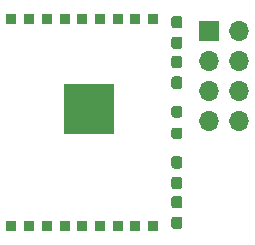
<source format=gbr>
%TF.GenerationSoftware,KiCad,Pcbnew,5.1.9*%
%TF.CreationDate,2021-01-18T01:27:37+01:00*%
%TF.ProjectId,wi-se-rpi,77692d73-652d-4727-9069-2e6b69636164,v0.1*%
%TF.SameCoordinates,Original*%
%TF.FileFunction,Soldermask,Top*%
%TF.FilePolarity,Negative*%
%FSLAX46Y46*%
G04 Gerber Fmt 4.6, Leading zero omitted, Abs format (unit mm)*
G04 Created by KiCad (PCBNEW 5.1.9) date 2021-01-18 01:27:37*
%MOMM*%
%LPD*%
G01*
G04 APERTURE LIST*
%ADD10R,1.700000X1.700000*%
%ADD11O,1.700000X1.700000*%
%ADD12R,0.912500X0.850000*%
%ADD13R,4.300000X4.300000*%
G04 APERTURE END LIST*
D10*
%TO.C,J1*%
X90750000Y1750000D03*
D11*
X93290000Y1750000D03*
X90750000Y-790000D03*
X93290000Y-790000D03*
X90750000Y-3330000D03*
X93290000Y-3330000D03*
X90750000Y-5870000D03*
X93290000Y-5870000D03*
%TD*%
%TO.C,D1*%
G36*
G01*
X88237500Y1975000D02*
X87762500Y1975000D01*
G75*
G02*
X87525000Y2212500I0J237500D01*
G01*
X87525000Y2787500D01*
G75*
G02*
X87762500Y3025000I237500J0D01*
G01*
X88237500Y3025000D01*
G75*
G02*
X88475000Y2787500I0J-237500D01*
G01*
X88475000Y2212500D01*
G75*
G02*
X88237500Y1975000I-237500J0D01*
G01*
G37*
G36*
G01*
X88237500Y225000D02*
X87762500Y225000D01*
G75*
G02*
X87525000Y462500I0J237500D01*
G01*
X87525000Y1037500D01*
G75*
G02*
X87762500Y1275000I237500J0D01*
G01*
X88237500Y1275000D01*
G75*
G02*
X88475000Y1037500I0J-237500D01*
G01*
X88475000Y462500D01*
G75*
G02*
X88237500Y225000I-237500J0D01*
G01*
G37*
%TD*%
%TO.C,D2*%
G36*
G01*
X88237500Y-3150000D02*
X87762500Y-3150000D01*
G75*
G02*
X87525000Y-2912500I0J237500D01*
G01*
X87525000Y-2337500D01*
G75*
G02*
X87762500Y-2100000I237500J0D01*
G01*
X88237500Y-2100000D01*
G75*
G02*
X88475000Y-2337500I0J-237500D01*
G01*
X88475000Y-2912500D01*
G75*
G02*
X88237500Y-3150000I-237500J0D01*
G01*
G37*
G36*
G01*
X88237500Y-1400000D02*
X87762500Y-1400000D01*
G75*
G02*
X87525000Y-1162500I0J237500D01*
G01*
X87525000Y-587500D01*
G75*
G02*
X87762500Y-350000I237500J0D01*
G01*
X88237500Y-350000D01*
G75*
G02*
X88475000Y-587500I0J-237500D01*
G01*
X88475000Y-1162500D01*
G75*
G02*
X88237500Y-1400000I-237500J0D01*
G01*
G37*
%TD*%
%TO.C,D3*%
G36*
G01*
X88237500Y-13275000D02*
X87762500Y-13275000D01*
G75*
G02*
X87525000Y-13037500I0J237500D01*
G01*
X87525000Y-12462500D01*
G75*
G02*
X87762500Y-12225000I237500J0D01*
G01*
X88237500Y-12225000D01*
G75*
G02*
X88475000Y-12462500I0J-237500D01*
G01*
X88475000Y-13037500D01*
G75*
G02*
X88237500Y-13275000I-237500J0D01*
G01*
G37*
G36*
G01*
X88237500Y-15025000D02*
X87762500Y-15025000D01*
G75*
G02*
X87525000Y-14787500I0J237500D01*
G01*
X87525000Y-14212500D01*
G75*
G02*
X87762500Y-13975000I237500J0D01*
G01*
X88237500Y-13975000D01*
G75*
G02*
X88475000Y-14212500I0J-237500D01*
G01*
X88475000Y-14787500D01*
G75*
G02*
X88237500Y-15025000I-237500J0D01*
G01*
G37*
%TD*%
%TO.C,D4*%
G36*
G01*
X88237500Y-11650000D02*
X87762500Y-11650000D01*
G75*
G02*
X87525000Y-11412500I0J237500D01*
G01*
X87525000Y-10837500D01*
G75*
G02*
X87762500Y-10600000I237500J0D01*
G01*
X88237500Y-10600000D01*
G75*
G02*
X88475000Y-10837500I0J-237500D01*
G01*
X88475000Y-11412500D01*
G75*
G02*
X88237500Y-11650000I-237500J0D01*
G01*
G37*
G36*
G01*
X88237500Y-9900000D02*
X87762500Y-9900000D01*
G75*
G02*
X87525000Y-9662500I0J237500D01*
G01*
X87525000Y-9087500D01*
G75*
G02*
X87762500Y-8850000I237500J0D01*
G01*
X88237500Y-8850000D01*
G75*
G02*
X88475000Y-9087500I0J-237500D01*
G01*
X88475000Y-9662500D01*
G75*
G02*
X88237500Y-9900000I-237500J0D01*
G01*
G37*
%TD*%
%TO.C,R19*%
G36*
G01*
X87762500Y-4600000D02*
X88237500Y-4600000D01*
G75*
G02*
X88475000Y-4837500I0J-237500D01*
G01*
X88475000Y-5337500D01*
G75*
G02*
X88237500Y-5575000I-237500J0D01*
G01*
X87762500Y-5575000D01*
G75*
G02*
X87525000Y-5337500I0J237500D01*
G01*
X87525000Y-4837500D01*
G75*
G02*
X87762500Y-4600000I237500J0D01*
G01*
G37*
G36*
G01*
X87762500Y-6425000D02*
X88237500Y-6425000D01*
G75*
G02*
X88475000Y-6662500I0J-237500D01*
G01*
X88475000Y-7162500D01*
G75*
G02*
X88237500Y-7400000I-237500J0D01*
G01*
X87762500Y-7400000D01*
G75*
G02*
X87525000Y-7162500I0J237500D01*
G01*
X87525000Y-6662500D01*
G75*
G02*
X87762500Y-6425000I237500J0D01*
G01*
G37*
%TD*%
D12*
%TO.C,U2*%
X74000000Y2737500D03*
X75500000Y2737500D03*
X77000000Y2737500D03*
X78500000Y2737500D03*
X80000000Y2737500D03*
X81500000Y2737500D03*
X83000000Y2737500D03*
X84500000Y2737500D03*
X86000000Y2737500D03*
X86000000Y-14737500D03*
X84500000Y-14737500D03*
X83000000Y-14737500D03*
X81500000Y-14737500D03*
X80000000Y-14737500D03*
X78500000Y-14737500D03*
X77000000Y-14737500D03*
X75500000Y-14737500D03*
X74000000Y-14737500D03*
D13*
X80580000Y-4880000D03*
%TD*%
M02*

</source>
